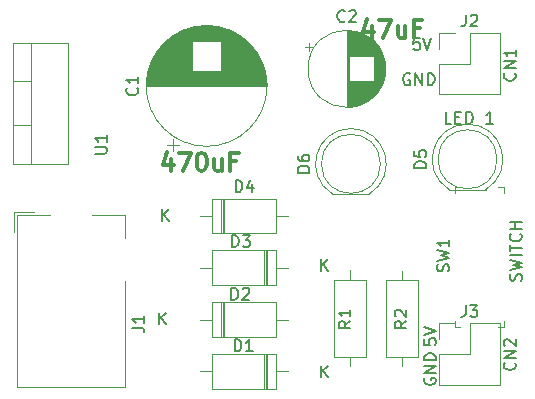
<source format=gbr>
%TF.GenerationSoftware,KiCad,Pcbnew,(5.1.6)-1*%
%TF.CreationDate,2021-10-30T11:54:59+03:00*%
%TF.ProjectId,POWER_SUPPLY,504f5745-525f-4535-9550-504c592e6b69,rev?*%
%TF.SameCoordinates,Original*%
%TF.FileFunction,Legend,Top*%
%TF.FilePolarity,Positive*%
%FSLAX46Y46*%
G04 Gerber Fmt 4.6, Leading zero omitted, Abs format (unit mm)*
G04 Created by KiCad (PCBNEW (5.1.6)-1) date 2021-10-30 11:54:59*
%MOMM*%
%LPD*%
G01*
G04 APERTURE LIST*
%ADD10C,0.150000*%
%ADD11C,0.300000*%
%ADD12C,0.120000*%
%ADD13C,0.100000*%
G04 APERTURE END LIST*
D10*
X94952380Y-114190476D02*
X94952380Y-114666666D01*
X95428571Y-114714285D01*
X95380952Y-114666666D01*
X95333333Y-114571428D01*
X95333333Y-114333333D01*
X95380952Y-114238095D01*
X95428571Y-114190476D01*
X95523809Y-114142857D01*
X95761904Y-114142857D01*
X95857142Y-114190476D01*
X95904761Y-114238095D01*
X95952380Y-114333333D01*
X95952380Y-114571428D01*
X95904761Y-114666666D01*
X95857142Y-114714285D01*
X94952380Y-113857142D02*
X95952380Y-113523809D01*
X94952380Y-113190476D01*
X95000000Y-117511904D02*
X94952380Y-117607142D01*
X94952380Y-117750000D01*
X95000000Y-117892857D01*
X95095238Y-117988095D01*
X95190476Y-118035714D01*
X95380952Y-118083333D01*
X95523809Y-118083333D01*
X95714285Y-118035714D01*
X95809523Y-117988095D01*
X95904761Y-117892857D01*
X95952380Y-117750000D01*
X95952380Y-117654761D01*
X95904761Y-117511904D01*
X95857142Y-117464285D01*
X95523809Y-117464285D01*
X95523809Y-117654761D01*
X95952380Y-117035714D02*
X94952380Y-117035714D01*
X95952380Y-116464285D01*
X94952380Y-116464285D01*
X95952380Y-115988095D02*
X94952380Y-115988095D01*
X94952380Y-115750000D01*
X95000000Y-115607142D01*
X95095238Y-115511904D01*
X95190476Y-115464285D01*
X95380952Y-115416666D01*
X95523809Y-115416666D01*
X95714285Y-115464285D01*
X95809523Y-115511904D01*
X95904761Y-115607142D01*
X95952380Y-115750000D01*
X95952380Y-115988095D01*
X102607142Y-116190476D02*
X102654761Y-116238095D01*
X102702380Y-116380952D01*
X102702380Y-116476190D01*
X102654761Y-116619047D01*
X102559523Y-116714285D01*
X102464285Y-116761904D01*
X102273809Y-116809523D01*
X102130952Y-116809523D01*
X101940476Y-116761904D01*
X101845238Y-116714285D01*
X101750000Y-116619047D01*
X101702380Y-116476190D01*
X101702380Y-116380952D01*
X101750000Y-116238095D01*
X101797619Y-116190476D01*
X102702380Y-115761904D02*
X101702380Y-115761904D01*
X102702380Y-115190476D01*
X101702380Y-115190476D01*
X101797619Y-114761904D02*
X101750000Y-114714285D01*
X101702380Y-114619047D01*
X101702380Y-114380952D01*
X101750000Y-114285714D01*
X101797619Y-114238095D01*
X101892857Y-114190476D01*
X101988095Y-114190476D01*
X102130952Y-114238095D01*
X102702380Y-114809523D01*
X102702380Y-114190476D01*
X103154761Y-109250000D02*
X103202380Y-109107142D01*
X103202380Y-108869047D01*
X103154761Y-108773809D01*
X103107142Y-108726190D01*
X103011904Y-108678571D01*
X102916666Y-108678571D01*
X102821428Y-108726190D01*
X102773809Y-108773809D01*
X102726190Y-108869047D01*
X102678571Y-109059523D01*
X102630952Y-109154761D01*
X102583333Y-109202380D01*
X102488095Y-109250000D01*
X102392857Y-109250000D01*
X102297619Y-109202380D01*
X102250000Y-109154761D01*
X102202380Y-109059523D01*
X102202380Y-108821428D01*
X102250000Y-108678571D01*
X102202380Y-108345238D02*
X103202380Y-108107142D01*
X102488095Y-107916666D01*
X103202380Y-107726190D01*
X102202380Y-107488095D01*
X103202380Y-107107142D02*
X102202380Y-107107142D01*
X102202380Y-106773809D02*
X102202380Y-106202380D01*
X103202380Y-106488095D02*
X102202380Y-106488095D01*
X103107142Y-105297619D02*
X103154761Y-105345238D01*
X103202380Y-105488095D01*
X103202380Y-105583333D01*
X103154761Y-105726190D01*
X103059523Y-105821428D01*
X102964285Y-105869047D01*
X102773809Y-105916666D01*
X102630952Y-105916666D01*
X102440476Y-105869047D01*
X102345238Y-105821428D01*
X102250000Y-105726190D01*
X102202380Y-105583333D01*
X102202380Y-105488095D01*
X102250000Y-105345238D01*
X102297619Y-105297619D01*
X103202380Y-104869047D02*
X102202380Y-104869047D01*
X102678571Y-104869047D02*
X102678571Y-104297619D01*
X103202380Y-104297619D02*
X102202380Y-104297619D01*
X97250000Y-95952380D02*
X96773809Y-95952380D01*
X96773809Y-94952380D01*
X97583333Y-95428571D02*
X97916666Y-95428571D01*
X98059523Y-95952380D02*
X97583333Y-95952380D01*
X97583333Y-94952380D01*
X98059523Y-94952380D01*
X98488095Y-95952380D02*
X98488095Y-94952380D01*
X98726190Y-94952380D01*
X98869047Y-95000000D01*
X98964285Y-95095238D01*
X99011904Y-95190476D01*
X99059523Y-95380952D01*
X99059523Y-95523809D01*
X99011904Y-95714285D01*
X98964285Y-95809523D01*
X98869047Y-95904761D01*
X98726190Y-95952380D01*
X98488095Y-95952380D01*
X100773809Y-95952380D02*
X100202380Y-95952380D01*
X100488095Y-95952380D02*
X100488095Y-94952380D01*
X100392857Y-95095238D01*
X100297619Y-95190476D01*
X100202380Y-95238095D01*
X102607142Y-91690476D02*
X102654761Y-91738095D01*
X102702380Y-91880952D01*
X102702380Y-91976190D01*
X102654761Y-92119047D01*
X102559523Y-92214285D01*
X102464285Y-92261904D01*
X102273809Y-92309523D01*
X102130952Y-92309523D01*
X101940476Y-92261904D01*
X101845238Y-92214285D01*
X101750000Y-92119047D01*
X101702380Y-91976190D01*
X101702380Y-91880952D01*
X101750000Y-91738095D01*
X101797619Y-91690476D01*
X102702380Y-91261904D02*
X101702380Y-91261904D01*
X102702380Y-90690476D01*
X101702380Y-90690476D01*
X102702380Y-89690476D02*
X102702380Y-90261904D01*
X102702380Y-89976190D02*
X101702380Y-89976190D01*
X101845238Y-90071428D01*
X101940476Y-90166666D01*
X101988095Y-90261904D01*
X94559523Y-88702380D02*
X94083333Y-88702380D01*
X94035714Y-89178571D01*
X94083333Y-89130952D01*
X94178571Y-89083333D01*
X94416666Y-89083333D01*
X94511904Y-89130952D01*
X94559523Y-89178571D01*
X94607142Y-89273809D01*
X94607142Y-89511904D01*
X94559523Y-89607142D01*
X94511904Y-89654761D01*
X94416666Y-89702380D01*
X94178571Y-89702380D01*
X94083333Y-89654761D01*
X94035714Y-89607142D01*
X94892857Y-88702380D02*
X95226190Y-89702380D01*
X95559523Y-88702380D01*
X93738095Y-91750000D02*
X93642857Y-91702380D01*
X93500000Y-91702380D01*
X93357142Y-91750000D01*
X93261904Y-91845238D01*
X93214285Y-91940476D01*
X93166666Y-92130952D01*
X93166666Y-92273809D01*
X93214285Y-92464285D01*
X93261904Y-92559523D01*
X93357142Y-92654761D01*
X93500000Y-92702380D01*
X93595238Y-92702380D01*
X93738095Y-92654761D01*
X93785714Y-92607142D01*
X93785714Y-92273809D01*
X93595238Y-92273809D01*
X94214285Y-92702380D02*
X94214285Y-91702380D01*
X94785714Y-92702380D01*
X94785714Y-91702380D01*
X95261904Y-92702380D02*
X95261904Y-91702380D01*
X95500000Y-91702380D01*
X95642857Y-91750000D01*
X95738095Y-91845238D01*
X95785714Y-91940476D01*
X95833333Y-92130952D01*
X95833333Y-92273809D01*
X95785714Y-92464285D01*
X95738095Y-92559523D01*
X95642857Y-92654761D01*
X95500000Y-92702380D01*
X95261904Y-92702380D01*
D11*
X90500000Y-87678571D02*
X90500000Y-88678571D01*
X90142857Y-87107142D02*
X89785714Y-88178571D01*
X90714285Y-88178571D01*
X91142857Y-87178571D02*
X92142857Y-87178571D01*
X91500000Y-88678571D01*
X93357142Y-87678571D02*
X93357142Y-88678571D01*
X92714285Y-87678571D02*
X92714285Y-88464285D01*
X92785714Y-88607142D01*
X92928571Y-88678571D01*
X93142857Y-88678571D01*
X93285714Y-88607142D01*
X93357142Y-88535714D01*
X94571428Y-87892857D02*
X94071428Y-87892857D01*
X94071428Y-88678571D02*
X94071428Y-87178571D01*
X94785714Y-87178571D01*
X73535714Y-98928571D02*
X73535714Y-99928571D01*
X73178571Y-98357142D02*
X72821428Y-99428571D01*
X73750000Y-99428571D01*
X74178571Y-98428571D02*
X75178571Y-98428571D01*
X74535714Y-99928571D01*
X76035714Y-98428571D02*
X76178571Y-98428571D01*
X76321428Y-98500000D01*
X76392857Y-98571428D01*
X76464285Y-98714285D01*
X76535714Y-99000000D01*
X76535714Y-99357142D01*
X76464285Y-99642857D01*
X76392857Y-99785714D01*
X76321428Y-99857142D01*
X76178571Y-99928571D01*
X76035714Y-99928571D01*
X75892857Y-99857142D01*
X75821428Y-99785714D01*
X75750000Y-99642857D01*
X75678571Y-99357142D01*
X75678571Y-99000000D01*
X75750000Y-98714285D01*
X75821428Y-98571428D01*
X75892857Y-98500000D01*
X76035714Y-98428571D01*
X77821428Y-98928571D02*
X77821428Y-99928571D01*
X77178571Y-98928571D02*
X77178571Y-99714285D01*
X77250000Y-99857142D01*
X77392857Y-99928571D01*
X77607142Y-99928571D01*
X77750000Y-99857142D01*
X77821428Y-99785714D01*
X79035714Y-99142857D02*
X78535714Y-99142857D01*
X78535714Y-99928571D02*
X78535714Y-98428571D01*
X79250000Y-98428571D01*
D12*
%TO.C,U1*%
X60179200Y-92370300D02*
X61689200Y-92370300D01*
X60179200Y-96071300D02*
X61689200Y-96071300D01*
X61689200Y-99341300D02*
X61689200Y-89101300D01*
X60179200Y-89101300D02*
X64820200Y-89101300D01*
X60179200Y-99341300D02*
X64820200Y-99341300D01*
X64820200Y-99341300D02*
X64820200Y-89101300D01*
X60179200Y-99341300D02*
X60179200Y-89101300D01*
D13*
%TO.C,SW1*%
X97521100Y-101311100D02*
X97521100Y-101811100D01*
X97521100Y-101311100D02*
X98021100Y-101311100D01*
X97521100Y-113211100D02*
X98021100Y-113211100D01*
X97521100Y-113211100D02*
X97521100Y-112711100D01*
X101721100Y-113211100D02*
X101221100Y-113211100D01*
X101721100Y-113211100D02*
X101721100Y-112711100D01*
X101721100Y-101311100D02*
X101221100Y-101311100D01*
X101721100Y-101311100D02*
X101721100Y-101811100D01*
D12*
%TO.C,R2*%
X93078300Y-108418500D02*
X93078300Y-109188500D01*
X93078300Y-116498500D02*
X93078300Y-115728500D01*
X91708300Y-109188500D02*
X91708300Y-115728500D01*
X94448300Y-109188500D02*
X91708300Y-109188500D01*
X94448300Y-115728500D02*
X94448300Y-109188500D01*
X91708300Y-115728500D02*
X94448300Y-115728500D01*
%TO.C,R1*%
X88671400Y-108393100D02*
X88671400Y-109163100D01*
X88671400Y-116473100D02*
X88671400Y-115703100D01*
X87301400Y-109163100D02*
X87301400Y-115703100D01*
X90041400Y-109163100D02*
X87301400Y-109163100D01*
X90041400Y-115703100D02*
X90041400Y-109163100D01*
X87301400Y-115703100D02*
X90041400Y-115703100D01*
%TO.C,J3*%
X96191100Y-112881100D02*
X97521100Y-112881100D01*
X96191100Y-114211100D02*
X96191100Y-112881100D01*
X98791100Y-112881100D02*
X101391100Y-112881100D01*
X98791100Y-115481100D02*
X98791100Y-112881100D01*
X96191100Y-115481100D02*
X98791100Y-115481100D01*
X101391100Y-112881100D02*
X101391100Y-118081100D01*
X96191100Y-115481100D02*
X96191100Y-118081100D01*
X96191100Y-118081100D02*
X101391100Y-118081100D01*
%TO.C,J2*%
X96191100Y-88281200D02*
X97521100Y-88281200D01*
X96191100Y-89611200D02*
X96191100Y-88281200D01*
X98791100Y-88281200D02*
X101391100Y-88281200D01*
X98791100Y-90881200D02*
X98791100Y-88281200D01*
X96191100Y-90881200D02*
X98791100Y-90881200D01*
X101391100Y-88281200D02*
X101391100Y-93481200D01*
X96191100Y-90881200D02*
X96191100Y-93481200D01*
X96191100Y-93481200D02*
X101391100Y-93481200D01*
%TO.C,J1*%
X60209200Y-103430200D02*
X61949200Y-103430200D01*
X60209200Y-105170200D02*
X60209200Y-103430200D01*
X69649200Y-103670200D02*
X69649200Y-105670200D01*
X66849200Y-103670200D02*
X69649200Y-103670200D01*
X60449200Y-103670200D02*
X63249200Y-103670200D01*
X60449200Y-118270200D02*
X60449200Y-103670200D01*
X69649200Y-118270200D02*
X60449200Y-118270200D01*
X69649200Y-109270200D02*
X69649200Y-118270200D01*
%TO.C,D6*%
X87202600Y-101922100D02*
X90292600Y-101922100D01*
X91247600Y-99362100D02*
G75*
G03*
X91247600Y-99362100I-2500000J0D01*
G01*
X88747138Y-96372100D02*
G75*
G02*
X90292430Y-101922100I462J-2990000D01*
G01*
X88748062Y-96372100D02*
G75*
G03*
X87202770Y-101922100I-462J-2990000D01*
G01*
%TO.C,D5*%
X97076100Y-101541100D02*
X100166100Y-101541100D01*
X101121100Y-98981100D02*
G75*
G03*
X101121100Y-98981100I-2500000J0D01*
G01*
X98620638Y-95991100D02*
G75*
G02*
X100165930Y-101541100I462J-2990000D01*
G01*
X98621562Y-95991100D02*
G75*
G03*
X97076270Y-101541100I-462J-2990000D01*
G01*
%TO.C,D4*%
X77777900Y-102301700D02*
X77777900Y-105241700D01*
X78017900Y-102301700D02*
X78017900Y-105241700D01*
X77897900Y-102301700D02*
X77897900Y-105241700D01*
X83457900Y-103771700D02*
X82437900Y-103771700D01*
X75977900Y-103771700D02*
X76997900Y-103771700D01*
X82437900Y-102301700D02*
X76997900Y-102301700D01*
X82437900Y-105241700D02*
X82437900Y-102301700D01*
X76997900Y-105241700D02*
X82437900Y-105241700D01*
X76997900Y-102301700D02*
X76997900Y-105241700D01*
%TO.C,D3*%
X81657900Y-109630933D02*
X81657900Y-106690933D01*
X81417900Y-109630933D02*
X81417900Y-106690933D01*
X81537900Y-109630933D02*
X81537900Y-106690933D01*
X75977900Y-108160933D02*
X76997900Y-108160933D01*
X83457900Y-108160933D02*
X82437900Y-108160933D01*
X76997900Y-109630933D02*
X82437900Y-109630933D01*
X76997900Y-106690933D02*
X76997900Y-109630933D01*
X82437900Y-106690933D02*
X76997900Y-106690933D01*
X82437900Y-109630933D02*
X82437900Y-106690933D01*
%TO.C,D2*%
X77777900Y-111080166D02*
X77777900Y-114020166D01*
X78017900Y-111080166D02*
X78017900Y-114020166D01*
X77897900Y-111080166D02*
X77897900Y-114020166D01*
X83457900Y-112550166D02*
X82437900Y-112550166D01*
X75977900Y-112550166D02*
X76997900Y-112550166D01*
X82437900Y-111080166D02*
X76997900Y-111080166D01*
X82437900Y-114020166D02*
X82437900Y-111080166D01*
X76997900Y-114020166D02*
X82437900Y-114020166D01*
X76997900Y-111080166D02*
X76997900Y-114020166D01*
%TO.C,D1*%
X81657900Y-118409400D02*
X81657900Y-115469400D01*
X81417900Y-118409400D02*
X81417900Y-115469400D01*
X81537900Y-118409400D02*
X81537900Y-115469400D01*
X75977900Y-116939400D02*
X76997900Y-116939400D01*
X83457900Y-116939400D02*
X82437900Y-116939400D01*
X76997900Y-118409400D02*
X82437900Y-118409400D01*
X76997900Y-115469400D02*
X76997900Y-118409400D01*
X82437900Y-115469400D02*
X76997900Y-115469400D01*
X82437900Y-118409400D02*
X82437900Y-115469400D01*
%TO.C,C2*%
X85212159Y-89159000D02*
X85212159Y-89789000D01*
X84897159Y-89474000D02*
X85527159Y-89474000D01*
X91638400Y-90911000D02*
X91638400Y-91715000D01*
X91598400Y-90680000D02*
X91598400Y-91946000D01*
X91558400Y-90511000D02*
X91558400Y-92115000D01*
X91518400Y-90373000D02*
X91518400Y-92253000D01*
X91478400Y-90254000D02*
X91478400Y-92372000D01*
X91438400Y-90148000D02*
X91438400Y-92478000D01*
X91398400Y-90051000D02*
X91398400Y-92575000D01*
X91358400Y-89963000D02*
X91358400Y-92663000D01*
X91318400Y-89881000D02*
X91318400Y-92745000D01*
X91278400Y-89804000D02*
X91278400Y-92822000D01*
X91238400Y-89732000D02*
X91238400Y-92894000D01*
X91198400Y-89663000D02*
X91198400Y-92963000D01*
X91158400Y-89599000D02*
X91158400Y-93027000D01*
X91118400Y-89537000D02*
X91118400Y-93089000D01*
X91078400Y-89479000D02*
X91078400Y-93147000D01*
X91038400Y-89423000D02*
X91038400Y-93203000D01*
X90998400Y-89369000D02*
X90998400Y-93257000D01*
X90958400Y-89318000D02*
X90958400Y-93308000D01*
X90918400Y-89269000D02*
X90918400Y-93357000D01*
X90878400Y-89221000D02*
X90878400Y-93405000D01*
X90838400Y-89176000D02*
X90838400Y-93450000D01*
X90798400Y-89131000D02*
X90798400Y-93495000D01*
X90758400Y-89089000D02*
X90758400Y-93537000D01*
X90718400Y-89048000D02*
X90718400Y-93578000D01*
X90678400Y-92353000D02*
X90678400Y-93618000D01*
X90678400Y-89008000D02*
X90678400Y-90273000D01*
X90638400Y-92353000D02*
X90638400Y-93656000D01*
X90638400Y-88970000D02*
X90638400Y-90273000D01*
X90598400Y-92353000D02*
X90598400Y-93693000D01*
X90598400Y-88933000D02*
X90598400Y-90273000D01*
X90558400Y-92353000D02*
X90558400Y-93729000D01*
X90558400Y-88897000D02*
X90558400Y-90273000D01*
X90518400Y-92353000D02*
X90518400Y-93763000D01*
X90518400Y-88863000D02*
X90518400Y-90273000D01*
X90478400Y-92353000D02*
X90478400Y-93797000D01*
X90478400Y-88829000D02*
X90478400Y-90273000D01*
X90438400Y-92353000D02*
X90438400Y-93829000D01*
X90438400Y-88797000D02*
X90438400Y-90273000D01*
X90398400Y-92353000D02*
X90398400Y-93861000D01*
X90398400Y-88765000D02*
X90398400Y-90273000D01*
X90358400Y-92353000D02*
X90358400Y-93891000D01*
X90358400Y-88735000D02*
X90358400Y-90273000D01*
X90318400Y-92353000D02*
X90318400Y-93920000D01*
X90318400Y-88706000D02*
X90318400Y-90273000D01*
X90278400Y-92353000D02*
X90278400Y-93949000D01*
X90278400Y-88677000D02*
X90278400Y-90273000D01*
X90238400Y-92353000D02*
X90238400Y-93977000D01*
X90238400Y-88649000D02*
X90238400Y-90273000D01*
X90198400Y-92353000D02*
X90198400Y-94003000D01*
X90198400Y-88623000D02*
X90198400Y-90273000D01*
X90158400Y-92353000D02*
X90158400Y-94029000D01*
X90158400Y-88597000D02*
X90158400Y-90273000D01*
X90118400Y-92353000D02*
X90118400Y-94055000D01*
X90118400Y-88571000D02*
X90118400Y-90273000D01*
X90078400Y-92353000D02*
X90078400Y-94079000D01*
X90078400Y-88547000D02*
X90078400Y-90273000D01*
X90038400Y-92353000D02*
X90038400Y-94103000D01*
X90038400Y-88523000D02*
X90038400Y-90273000D01*
X89998400Y-92353000D02*
X89998400Y-94125000D01*
X89998400Y-88501000D02*
X89998400Y-90273000D01*
X89958400Y-92353000D02*
X89958400Y-94147000D01*
X89958400Y-88479000D02*
X89958400Y-90273000D01*
X89918400Y-92353000D02*
X89918400Y-94169000D01*
X89918400Y-88457000D02*
X89918400Y-90273000D01*
X89878400Y-92353000D02*
X89878400Y-94189000D01*
X89878400Y-88437000D02*
X89878400Y-90273000D01*
X89838400Y-92353000D02*
X89838400Y-94209000D01*
X89838400Y-88417000D02*
X89838400Y-90273000D01*
X89798400Y-92353000D02*
X89798400Y-94229000D01*
X89798400Y-88397000D02*
X89798400Y-90273000D01*
X89758400Y-92353000D02*
X89758400Y-94247000D01*
X89758400Y-88379000D02*
X89758400Y-90273000D01*
X89718400Y-92353000D02*
X89718400Y-94265000D01*
X89718400Y-88361000D02*
X89718400Y-90273000D01*
X89678400Y-92353000D02*
X89678400Y-94283000D01*
X89678400Y-88343000D02*
X89678400Y-90273000D01*
X89638400Y-92353000D02*
X89638400Y-94299000D01*
X89638400Y-88327000D02*
X89638400Y-90273000D01*
X89598400Y-92353000D02*
X89598400Y-94315000D01*
X89598400Y-88311000D02*
X89598400Y-90273000D01*
X89558400Y-92353000D02*
X89558400Y-94331000D01*
X89558400Y-88295000D02*
X89558400Y-90273000D01*
X89518400Y-92353000D02*
X89518400Y-94346000D01*
X89518400Y-88280000D02*
X89518400Y-90273000D01*
X89478400Y-92353000D02*
X89478400Y-94360000D01*
X89478400Y-88266000D02*
X89478400Y-90273000D01*
X89438400Y-92353000D02*
X89438400Y-94374000D01*
X89438400Y-88252000D02*
X89438400Y-90273000D01*
X89398400Y-92353000D02*
X89398400Y-94387000D01*
X89398400Y-88239000D02*
X89398400Y-90273000D01*
X89358400Y-92353000D02*
X89358400Y-94399000D01*
X89358400Y-88227000D02*
X89358400Y-90273000D01*
X89318400Y-92353000D02*
X89318400Y-94411000D01*
X89318400Y-88215000D02*
X89318400Y-90273000D01*
X89278400Y-92353000D02*
X89278400Y-94423000D01*
X89278400Y-88203000D02*
X89278400Y-90273000D01*
X89238400Y-92353000D02*
X89238400Y-94434000D01*
X89238400Y-88192000D02*
X89238400Y-90273000D01*
X89198400Y-92353000D02*
X89198400Y-94444000D01*
X89198400Y-88182000D02*
X89198400Y-90273000D01*
X89158400Y-92353000D02*
X89158400Y-94454000D01*
X89158400Y-88172000D02*
X89158400Y-90273000D01*
X89118400Y-92353000D02*
X89118400Y-94463000D01*
X89118400Y-88163000D02*
X89118400Y-90273000D01*
X89077400Y-92353000D02*
X89077400Y-94472000D01*
X89077400Y-88154000D02*
X89077400Y-90273000D01*
X89037400Y-92353000D02*
X89037400Y-94480000D01*
X89037400Y-88146000D02*
X89037400Y-90273000D01*
X88997400Y-92353000D02*
X88997400Y-94488000D01*
X88997400Y-88138000D02*
X88997400Y-90273000D01*
X88957400Y-92353000D02*
X88957400Y-94495000D01*
X88957400Y-88131000D02*
X88957400Y-90273000D01*
X88917400Y-92353000D02*
X88917400Y-94502000D01*
X88917400Y-88124000D02*
X88917400Y-90273000D01*
X88877400Y-92353000D02*
X88877400Y-94508000D01*
X88877400Y-88118000D02*
X88877400Y-90273000D01*
X88837400Y-92353000D02*
X88837400Y-94514000D01*
X88837400Y-88112000D02*
X88837400Y-90273000D01*
X88797400Y-92353000D02*
X88797400Y-94519000D01*
X88797400Y-88107000D02*
X88797400Y-90273000D01*
X88757400Y-92353000D02*
X88757400Y-94524000D01*
X88757400Y-88102000D02*
X88757400Y-90273000D01*
X88717400Y-92353000D02*
X88717400Y-94528000D01*
X88717400Y-88098000D02*
X88717400Y-90273000D01*
X88677400Y-92353000D02*
X88677400Y-94531000D01*
X88677400Y-88095000D02*
X88677400Y-90273000D01*
X88637400Y-92353000D02*
X88637400Y-94535000D01*
X88637400Y-88091000D02*
X88637400Y-90273000D01*
X88597400Y-88089000D02*
X88597400Y-94537000D01*
X88557400Y-88086000D02*
X88557400Y-94540000D01*
X88517400Y-88085000D02*
X88517400Y-94541000D01*
X88477400Y-88083000D02*
X88477400Y-94543000D01*
X88437400Y-88083000D02*
X88437400Y-94543000D01*
X88397400Y-88083000D02*
X88397400Y-94543000D01*
X91667400Y-91313000D02*
G75*
G03*
X91667400Y-91313000I-3270000J0D01*
G01*
%TO.C,C1*%
X73155200Y-97742346D02*
X74155200Y-97742346D01*
X73655200Y-98242346D02*
X73655200Y-97242346D01*
X75931200Y-87681700D02*
X77129200Y-87681700D01*
X75668200Y-87721700D02*
X77392200Y-87721700D01*
X75468200Y-87761700D02*
X77592200Y-87761700D01*
X75300200Y-87801700D02*
X77760200Y-87801700D01*
X75152200Y-87841700D02*
X77908200Y-87841700D01*
X75020200Y-87881700D02*
X78040200Y-87881700D01*
X74900200Y-87921700D02*
X78160200Y-87921700D01*
X74788200Y-87961700D02*
X78272200Y-87961700D01*
X74684200Y-88001700D02*
X78376200Y-88001700D01*
X74586200Y-88041700D02*
X78474200Y-88041700D01*
X74493200Y-88081700D02*
X78567200Y-88081700D01*
X74405200Y-88121700D02*
X78655200Y-88121700D01*
X74321200Y-88161700D02*
X78739200Y-88161700D01*
X74241200Y-88201700D02*
X78819200Y-88201700D01*
X74165200Y-88241700D02*
X78895200Y-88241700D01*
X74091200Y-88281700D02*
X78969200Y-88281700D01*
X74020200Y-88321700D02*
X79040200Y-88321700D01*
X73951200Y-88361700D02*
X79109200Y-88361700D01*
X73885200Y-88401700D02*
X79175200Y-88401700D01*
X73821200Y-88441700D02*
X79239200Y-88441700D01*
X73760200Y-88481700D02*
X79300200Y-88481700D01*
X73700200Y-88521700D02*
X79360200Y-88521700D01*
X73641200Y-88561700D02*
X79419200Y-88561700D01*
X73585200Y-88601700D02*
X79475200Y-88601700D01*
X73530200Y-88641700D02*
X79530200Y-88641700D01*
X73476200Y-88681700D02*
X79584200Y-88681700D01*
X73424200Y-88721700D02*
X79636200Y-88721700D01*
X73374200Y-88761700D02*
X79686200Y-88761700D01*
X73324200Y-88801700D02*
X79736200Y-88801700D01*
X73276200Y-88841700D02*
X79784200Y-88841700D01*
X73229200Y-88881700D02*
X79831200Y-88881700D01*
X73183200Y-88921700D02*
X79877200Y-88921700D01*
X73138200Y-88961700D02*
X79922200Y-88961700D01*
X73094200Y-89001700D02*
X79966200Y-89001700D01*
X77771200Y-89041700D02*
X80008200Y-89041700D01*
X73052200Y-89041700D02*
X75289200Y-89041700D01*
X77771200Y-89081700D02*
X80050200Y-89081700D01*
X73010200Y-89081700D02*
X75289200Y-89081700D01*
X77771200Y-89121700D02*
X80091200Y-89121700D01*
X72969200Y-89121700D02*
X75289200Y-89121700D01*
X77771200Y-89161700D02*
X80131200Y-89161700D01*
X72929200Y-89161700D02*
X75289200Y-89161700D01*
X77771200Y-89201700D02*
X80170200Y-89201700D01*
X72890200Y-89201700D02*
X75289200Y-89201700D01*
X77771200Y-89241700D02*
X80209200Y-89241700D01*
X72851200Y-89241700D02*
X75289200Y-89241700D01*
X77771200Y-89281700D02*
X80246200Y-89281700D01*
X72814200Y-89281700D02*
X75289200Y-89281700D01*
X77771200Y-89321700D02*
X80283200Y-89321700D01*
X72777200Y-89321700D02*
X75289200Y-89321700D01*
X77771200Y-89361700D02*
X80319200Y-89361700D01*
X72741200Y-89361700D02*
X75289200Y-89361700D01*
X77771200Y-89401700D02*
X80354200Y-89401700D01*
X72706200Y-89401700D02*
X75289200Y-89401700D01*
X77771200Y-89441700D02*
X80388200Y-89441700D01*
X72672200Y-89441700D02*
X75289200Y-89441700D01*
X77771200Y-89481700D02*
X80422200Y-89481700D01*
X72638200Y-89481700D02*
X75289200Y-89481700D01*
X77771200Y-89521700D02*
X80455200Y-89521700D01*
X72605200Y-89521700D02*
X75289200Y-89521700D01*
X77771200Y-89561700D02*
X80487200Y-89561700D01*
X72573200Y-89561700D02*
X75289200Y-89561700D01*
X77771200Y-89601700D02*
X80519200Y-89601700D01*
X72541200Y-89601700D02*
X75289200Y-89601700D01*
X77771200Y-89641700D02*
X80550200Y-89641700D01*
X72510200Y-89641700D02*
X75289200Y-89641700D01*
X77771200Y-89681700D02*
X80580200Y-89681700D01*
X72480200Y-89681700D02*
X75289200Y-89681700D01*
X77771200Y-89721700D02*
X80610200Y-89721700D01*
X72450200Y-89721700D02*
X75289200Y-89721700D01*
X77771200Y-89761700D02*
X80640200Y-89761700D01*
X72420200Y-89761700D02*
X75289200Y-89761700D01*
X77771200Y-89801700D02*
X80668200Y-89801700D01*
X72392200Y-89801700D02*
X75289200Y-89801700D01*
X77771200Y-89841700D02*
X80696200Y-89841700D01*
X72364200Y-89841700D02*
X75289200Y-89841700D01*
X77771200Y-89881700D02*
X80724200Y-89881700D01*
X72336200Y-89881700D02*
X75289200Y-89881700D01*
X77771200Y-89921700D02*
X80751200Y-89921700D01*
X72309200Y-89921700D02*
X75289200Y-89921700D01*
X77771200Y-89961700D02*
X80777200Y-89961700D01*
X72283200Y-89961700D02*
X75289200Y-89961700D01*
X77771200Y-90001700D02*
X80803200Y-90001700D01*
X72257200Y-90001700D02*
X75289200Y-90001700D01*
X77771200Y-90041700D02*
X80828200Y-90041700D01*
X72232200Y-90041700D02*
X75289200Y-90041700D01*
X77771200Y-90081700D02*
X80853200Y-90081700D01*
X72207200Y-90081700D02*
X75289200Y-90081700D01*
X77771200Y-90121700D02*
X80877200Y-90121700D01*
X72183200Y-90121700D02*
X75289200Y-90121700D01*
X77771200Y-90161700D02*
X80901200Y-90161700D01*
X72159200Y-90161700D02*
X75289200Y-90161700D01*
X77771200Y-90201700D02*
X80925200Y-90201700D01*
X72135200Y-90201700D02*
X75289200Y-90201700D01*
X77771200Y-90241700D02*
X80947200Y-90241700D01*
X72113200Y-90241700D02*
X75289200Y-90241700D01*
X77771200Y-90281700D02*
X80970200Y-90281700D01*
X72090200Y-90281700D02*
X75289200Y-90281700D01*
X77771200Y-90321700D02*
X80992200Y-90321700D01*
X72068200Y-90321700D02*
X75289200Y-90321700D01*
X77771200Y-90361700D02*
X81013200Y-90361700D01*
X72047200Y-90361700D02*
X75289200Y-90361700D01*
X77771200Y-90401700D02*
X81034200Y-90401700D01*
X72026200Y-90401700D02*
X75289200Y-90401700D01*
X77771200Y-90441700D02*
X81055200Y-90441700D01*
X72005200Y-90441700D02*
X75289200Y-90441700D01*
X77771200Y-90481700D02*
X81075200Y-90481700D01*
X71985200Y-90481700D02*
X75289200Y-90481700D01*
X77771200Y-90521700D02*
X81094200Y-90521700D01*
X71966200Y-90521700D02*
X75289200Y-90521700D01*
X77771200Y-90561700D02*
X81114200Y-90561700D01*
X71946200Y-90561700D02*
X75289200Y-90561700D01*
X77771200Y-90601700D02*
X81133200Y-90601700D01*
X71927200Y-90601700D02*
X75289200Y-90601700D01*
X77771200Y-90641700D02*
X81151200Y-90641700D01*
X71909200Y-90641700D02*
X75289200Y-90641700D01*
X77771200Y-90681700D02*
X81169200Y-90681700D01*
X71891200Y-90681700D02*
X75289200Y-90681700D01*
X77771200Y-90721700D02*
X81187200Y-90721700D01*
X71873200Y-90721700D02*
X75289200Y-90721700D01*
X77771200Y-90761700D02*
X81204200Y-90761700D01*
X71856200Y-90761700D02*
X75289200Y-90761700D01*
X77771200Y-90801700D02*
X81220200Y-90801700D01*
X71840200Y-90801700D02*
X75289200Y-90801700D01*
X77771200Y-90841700D02*
X81237200Y-90841700D01*
X71823200Y-90841700D02*
X75289200Y-90841700D01*
X77771200Y-90881700D02*
X81253200Y-90881700D01*
X71807200Y-90881700D02*
X75289200Y-90881700D01*
X77771200Y-90921700D02*
X81268200Y-90921700D01*
X71792200Y-90921700D02*
X75289200Y-90921700D01*
X77771200Y-90961700D02*
X81284200Y-90961700D01*
X71776200Y-90961700D02*
X75289200Y-90961700D01*
X77771200Y-91001700D02*
X81298200Y-91001700D01*
X71762200Y-91001700D02*
X75289200Y-91001700D01*
X77771200Y-91041700D02*
X81313200Y-91041700D01*
X71747200Y-91041700D02*
X75289200Y-91041700D01*
X77771200Y-91081700D02*
X81327200Y-91081700D01*
X71733200Y-91081700D02*
X75289200Y-91081700D01*
X77771200Y-91121700D02*
X81341200Y-91121700D01*
X71719200Y-91121700D02*
X75289200Y-91121700D01*
X77771200Y-91161700D02*
X81354200Y-91161700D01*
X71706200Y-91161700D02*
X75289200Y-91161700D01*
X77771200Y-91201700D02*
X81367200Y-91201700D01*
X71693200Y-91201700D02*
X75289200Y-91201700D01*
X77771200Y-91241700D02*
X81380200Y-91241700D01*
X71680200Y-91241700D02*
X75289200Y-91241700D01*
X77771200Y-91281700D02*
X81392200Y-91281700D01*
X71668200Y-91281700D02*
X75289200Y-91281700D01*
X77771200Y-91321700D02*
X81404200Y-91321700D01*
X71656200Y-91321700D02*
X75289200Y-91321700D01*
X77771200Y-91361700D02*
X81415200Y-91361700D01*
X71645200Y-91361700D02*
X75289200Y-91361700D01*
X77771200Y-91401700D02*
X81427200Y-91401700D01*
X71633200Y-91401700D02*
X75289200Y-91401700D01*
X77771200Y-91441700D02*
X81437200Y-91441700D01*
X71623200Y-91441700D02*
X75289200Y-91441700D01*
X77771200Y-91481700D02*
X81448200Y-91481700D01*
X71612200Y-91481700D02*
X75289200Y-91481700D01*
X71602200Y-91521700D02*
X81458200Y-91521700D01*
X71592200Y-91561700D02*
X81468200Y-91561700D01*
X71583200Y-91601700D02*
X81477200Y-91601700D01*
X71574200Y-91641700D02*
X81486200Y-91641700D01*
X71565200Y-91681700D02*
X81495200Y-91681700D01*
X71556200Y-91721700D02*
X81504200Y-91721700D01*
X71548200Y-91761700D02*
X81512200Y-91761700D01*
X71540200Y-91801700D02*
X81520200Y-91801700D01*
X71533200Y-91841700D02*
X81527200Y-91841700D01*
X71526200Y-91881700D02*
X81534200Y-91881700D01*
X71519200Y-91921700D02*
X81541200Y-91921700D01*
X71512200Y-91961700D02*
X81548200Y-91961700D01*
X71506200Y-92001700D02*
X81554200Y-92001700D01*
X71500200Y-92041700D02*
X81560200Y-92041700D01*
X71495200Y-92082700D02*
X81565200Y-92082700D01*
X71490200Y-92122700D02*
X81570200Y-92122700D01*
X71485200Y-92162700D02*
X81575200Y-92162700D01*
X71480200Y-92202700D02*
X81580200Y-92202700D01*
X71476200Y-92242700D02*
X81584200Y-92242700D01*
X71472200Y-92282700D02*
X81588200Y-92282700D01*
X71468200Y-92322700D02*
X81592200Y-92322700D01*
X71465200Y-92362700D02*
X81595200Y-92362700D01*
X71462200Y-92402700D02*
X81598200Y-92402700D01*
X71460200Y-92442700D02*
X81600200Y-92442700D01*
X71457200Y-92482700D02*
X81603200Y-92482700D01*
X71455200Y-92522700D02*
X81605200Y-92522700D01*
X71453200Y-92562700D02*
X81607200Y-92562700D01*
X71452200Y-92602700D02*
X81608200Y-92602700D01*
X71451200Y-92642700D02*
X81609200Y-92642700D01*
X71450200Y-92682700D02*
X81610200Y-92682700D01*
X71450200Y-92722700D02*
X81610200Y-92722700D01*
X71450200Y-92762700D02*
X81610200Y-92762700D01*
X81650200Y-92762700D02*
G75*
G03*
X81650200Y-92762700I-5120000J0D01*
G01*
%TO.C,U1*%
D10*
X67067180Y-98501104D02*
X67876704Y-98501104D01*
X67971942Y-98453485D01*
X68019561Y-98405866D01*
X68067180Y-98310628D01*
X68067180Y-98120152D01*
X68019561Y-98024914D01*
X67971942Y-97977295D01*
X67876704Y-97929676D01*
X67067180Y-97929676D01*
X68067180Y-96929676D02*
X68067180Y-97501104D01*
X68067180Y-97215390D02*
X67067180Y-97215390D01*
X67210038Y-97310628D01*
X67305276Y-97405866D01*
X67352895Y-97501104D01*
%TO.C,SW1*%
X97005861Y-108454433D02*
X97053480Y-108311576D01*
X97053480Y-108073480D01*
X97005861Y-107978242D01*
X96958242Y-107930623D01*
X96863004Y-107883004D01*
X96767766Y-107883004D01*
X96672528Y-107930623D01*
X96624909Y-107978242D01*
X96577290Y-108073480D01*
X96529671Y-108263957D01*
X96482052Y-108359195D01*
X96434433Y-108406814D01*
X96339195Y-108454433D01*
X96243957Y-108454433D01*
X96148719Y-108406814D01*
X96101100Y-108359195D01*
X96053480Y-108263957D01*
X96053480Y-108025861D01*
X96101100Y-107883004D01*
X96053480Y-107549671D02*
X97053480Y-107311576D01*
X96339195Y-107121100D01*
X97053480Y-106930623D01*
X96053480Y-106692528D01*
X97053480Y-105787766D02*
X97053480Y-106359195D01*
X97053480Y-106073480D02*
X96053480Y-106073480D01*
X96196338Y-106168719D01*
X96291576Y-106263957D01*
X96339195Y-106359195D01*
%TO.C,R2*%
X93452380Y-112666666D02*
X92976190Y-113000000D01*
X93452380Y-113238095D02*
X92452380Y-113238095D01*
X92452380Y-112857142D01*
X92500000Y-112761904D01*
X92547619Y-112714285D01*
X92642857Y-112666666D01*
X92785714Y-112666666D01*
X92880952Y-112714285D01*
X92928571Y-112761904D01*
X92976190Y-112857142D01*
X92976190Y-113238095D01*
X92547619Y-112285714D02*
X92500000Y-112238095D01*
X92452380Y-112142857D01*
X92452380Y-111904761D01*
X92500000Y-111809523D01*
X92547619Y-111761904D01*
X92642857Y-111714285D01*
X92738095Y-111714285D01*
X92880952Y-111761904D01*
X93452380Y-112333333D01*
X93452380Y-111714285D01*
%TO.C,R1*%
X88702380Y-112666666D02*
X88226190Y-113000000D01*
X88702380Y-113238095D02*
X87702380Y-113238095D01*
X87702380Y-112857142D01*
X87750000Y-112761904D01*
X87797619Y-112714285D01*
X87892857Y-112666666D01*
X88035714Y-112666666D01*
X88130952Y-112714285D01*
X88178571Y-112761904D01*
X88226190Y-112857142D01*
X88226190Y-113238095D01*
X88702380Y-111714285D02*
X88702380Y-112285714D01*
X88702380Y-112000000D02*
X87702380Y-112000000D01*
X87845238Y-112095238D01*
X87940476Y-112190476D01*
X87988095Y-112285714D01*
%TO.C,J3*%
X98457766Y-111333480D02*
X98457766Y-112047766D01*
X98410147Y-112190623D01*
X98314909Y-112285861D01*
X98172052Y-112333480D01*
X98076814Y-112333480D01*
X98838719Y-111333480D02*
X99457766Y-111333480D01*
X99124433Y-111714433D01*
X99267290Y-111714433D01*
X99362528Y-111762052D01*
X99410147Y-111809671D01*
X99457766Y-111904909D01*
X99457766Y-112143004D01*
X99410147Y-112238242D01*
X99362528Y-112285861D01*
X99267290Y-112333480D01*
X98981576Y-112333480D01*
X98886338Y-112285861D01*
X98838719Y-112238242D01*
%TO.C,J2*%
X98457766Y-86733580D02*
X98457766Y-87447866D01*
X98410147Y-87590723D01*
X98314909Y-87685961D01*
X98172052Y-87733580D01*
X98076814Y-87733580D01*
X98886338Y-86828819D02*
X98933957Y-86781200D01*
X99029195Y-86733580D01*
X99267290Y-86733580D01*
X99362528Y-86781200D01*
X99410147Y-86828819D01*
X99457766Y-86924057D01*
X99457766Y-87019295D01*
X99410147Y-87162152D01*
X98838719Y-87733580D01*
X99457766Y-87733580D01*
%TO.C,J1*%
X70251580Y-113253533D02*
X70965866Y-113253533D01*
X71108723Y-113301152D01*
X71203961Y-113396390D01*
X71251580Y-113539247D01*
X71251580Y-113634485D01*
X71251580Y-112253533D02*
X71251580Y-112824961D01*
X71251580Y-112539247D02*
X70251580Y-112539247D01*
X70394438Y-112634485D01*
X70489676Y-112729723D01*
X70537295Y-112824961D01*
%TO.C,D6*%
X85239980Y-100100195D02*
X84239980Y-100100195D01*
X84239980Y-99862100D01*
X84287600Y-99719242D01*
X84382838Y-99624004D01*
X84478076Y-99576385D01*
X84668552Y-99528766D01*
X84811409Y-99528766D01*
X85001885Y-99576385D01*
X85097123Y-99624004D01*
X85192361Y-99719242D01*
X85239980Y-99862100D01*
X85239980Y-100100195D01*
X84239980Y-98671623D02*
X84239980Y-98862100D01*
X84287600Y-98957338D01*
X84335219Y-99004957D01*
X84478076Y-99100195D01*
X84668552Y-99147814D01*
X85049504Y-99147814D01*
X85144742Y-99100195D01*
X85192361Y-99052576D01*
X85239980Y-98957338D01*
X85239980Y-98766861D01*
X85192361Y-98671623D01*
X85144742Y-98624004D01*
X85049504Y-98576385D01*
X84811409Y-98576385D01*
X84716171Y-98624004D01*
X84668552Y-98671623D01*
X84620933Y-98766861D01*
X84620933Y-98957338D01*
X84668552Y-99052576D01*
X84716171Y-99100195D01*
X84811409Y-99147814D01*
%TO.C,D5*%
X95113480Y-99719195D02*
X94113480Y-99719195D01*
X94113480Y-99481100D01*
X94161100Y-99338242D01*
X94256338Y-99243004D01*
X94351576Y-99195385D01*
X94542052Y-99147766D01*
X94684909Y-99147766D01*
X94875385Y-99195385D01*
X94970623Y-99243004D01*
X95065861Y-99338242D01*
X95113480Y-99481100D01*
X95113480Y-99719195D01*
X94113480Y-98243004D02*
X94113480Y-98719195D01*
X94589671Y-98766814D01*
X94542052Y-98719195D01*
X94494433Y-98623957D01*
X94494433Y-98385861D01*
X94542052Y-98290623D01*
X94589671Y-98243004D01*
X94684909Y-98195385D01*
X94923004Y-98195385D01*
X95018242Y-98243004D01*
X95065861Y-98290623D01*
X95113480Y-98385861D01*
X95113480Y-98623957D01*
X95065861Y-98719195D01*
X95018242Y-98766814D01*
%TO.C,D4*%
X78979804Y-101754080D02*
X78979804Y-100754080D01*
X79217900Y-100754080D01*
X79360757Y-100801700D01*
X79455995Y-100896938D01*
X79503614Y-100992176D01*
X79551233Y-101182652D01*
X79551233Y-101325509D01*
X79503614Y-101515985D01*
X79455995Y-101611223D01*
X79360757Y-101706461D01*
X79217900Y-101754080D01*
X78979804Y-101754080D01*
X80408376Y-101087414D02*
X80408376Y-101754080D01*
X80170280Y-100706461D02*
X79932185Y-101420747D01*
X80551233Y-101420747D01*
X72738095Y-104202380D02*
X72738095Y-103202380D01*
X73309523Y-104202380D02*
X72880952Y-103630952D01*
X73309523Y-103202380D02*
X72738095Y-103773809D01*
%TO.C,D3*%
X78675004Y-106403513D02*
X78675004Y-105403513D01*
X78913100Y-105403513D01*
X79055957Y-105451133D01*
X79151195Y-105546371D01*
X79198814Y-105641609D01*
X79246433Y-105832085D01*
X79246433Y-105974942D01*
X79198814Y-106165418D01*
X79151195Y-106260656D01*
X79055957Y-106355894D01*
X78913100Y-106403513D01*
X78675004Y-106403513D01*
X79579766Y-105403513D02*
X80198814Y-105403513D01*
X79865480Y-105784466D01*
X80008338Y-105784466D01*
X80103576Y-105832085D01*
X80151195Y-105879704D01*
X80198814Y-105974942D01*
X80198814Y-106213037D01*
X80151195Y-106308275D01*
X80103576Y-106355894D01*
X80008338Y-106403513D01*
X79722623Y-106403513D01*
X79627385Y-106355894D01*
X79579766Y-106308275D01*
X86238095Y-108452380D02*
X86238095Y-107452380D01*
X86809523Y-108452380D02*
X86380952Y-107880952D01*
X86809523Y-107452380D02*
X86238095Y-108023809D01*
%TO.C,D2*%
X78624204Y-110868946D02*
X78624204Y-109868946D01*
X78862300Y-109868946D01*
X79005157Y-109916566D01*
X79100395Y-110011804D01*
X79148014Y-110107042D01*
X79195633Y-110297518D01*
X79195633Y-110440375D01*
X79148014Y-110630851D01*
X79100395Y-110726089D01*
X79005157Y-110821327D01*
X78862300Y-110868946D01*
X78624204Y-110868946D01*
X79576585Y-109964185D02*
X79624204Y-109916566D01*
X79719442Y-109868946D01*
X79957538Y-109868946D01*
X80052776Y-109916566D01*
X80100395Y-109964185D01*
X80148014Y-110059423D01*
X80148014Y-110154661D01*
X80100395Y-110297518D01*
X79528966Y-110868946D01*
X80148014Y-110868946D01*
X72488095Y-112952380D02*
X72488095Y-111952380D01*
X73059523Y-112952380D02*
X72630952Y-112380952D01*
X73059523Y-111952380D02*
X72488095Y-112523809D01*
%TO.C,D1*%
X78903604Y-115234980D02*
X78903604Y-114234980D01*
X79141700Y-114234980D01*
X79284557Y-114282600D01*
X79379795Y-114377838D01*
X79427414Y-114473076D01*
X79475033Y-114663552D01*
X79475033Y-114806409D01*
X79427414Y-114996885D01*
X79379795Y-115092123D01*
X79284557Y-115187361D01*
X79141700Y-115234980D01*
X78903604Y-115234980D01*
X80427414Y-115234980D02*
X79855985Y-115234980D01*
X80141700Y-115234980D02*
X80141700Y-114234980D01*
X80046461Y-114377838D01*
X79951223Y-114473076D01*
X79855985Y-114520695D01*
X86238095Y-117452380D02*
X86238095Y-116452380D01*
X86809523Y-117452380D02*
X86380952Y-116880952D01*
X86809523Y-116452380D02*
X86238095Y-117023809D01*
%TO.C,C2*%
X88230733Y-87270142D02*
X88183114Y-87317761D01*
X88040257Y-87365380D01*
X87945019Y-87365380D01*
X87802161Y-87317761D01*
X87706923Y-87222523D01*
X87659304Y-87127285D01*
X87611685Y-86936809D01*
X87611685Y-86793952D01*
X87659304Y-86603476D01*
X87706923Y-86508238D01*
X87802161Y-86413000D01*
X87945019Y-86365380D01*
X88040257Y-86365380D01*
X88183114Y-86413000D01*
X88230733Y-86460619D01*
X88611685Y-86460619D02*
X88659304Y-86413000D01*
X88754542Y-86365380D01*
X88992638Y-86365380D01*
X89087876Y-86413000D01*
X89135495Y-86460619D01*
X89183114Y-86555857D01*
X89183114Y-86651095D01*
X89135495Y-86793952D01*
X88564066Y-87365380D01*
X89183114Y-87365380D01*
%TO.C,C1*%
X70637342Y-92929366D02*
X70684961Y-92976985D01*
X70732580Y-93119842D01*
X70732580Y-93215080D01*
X70684961Y-93357938D01*
X70589723Y-93453176D01*
X70494485Y-93500795D01*
X70304009Y-93548414D01*
X70161152Y-93548414D01*
X69970676Y-93500795D01*
X69875438Y-93453176D01*
X69780200Y-93357938D01*
X69732580Y-93215080D01*
X69732580Y-93119842D01*
X69780200Y-92976985D01*
X69827819Y-92929366D01*
X70732580Y-91976985D02*
X70732580Y-92548414D01*
X70732580Y-92262700D02*
X69732580Y-92262700D01*
X69875438Y-92357938D01*
X69970676Y-92453176D01*
X70018295Y-92548414D01*
%TD*%
M02*

</source>
